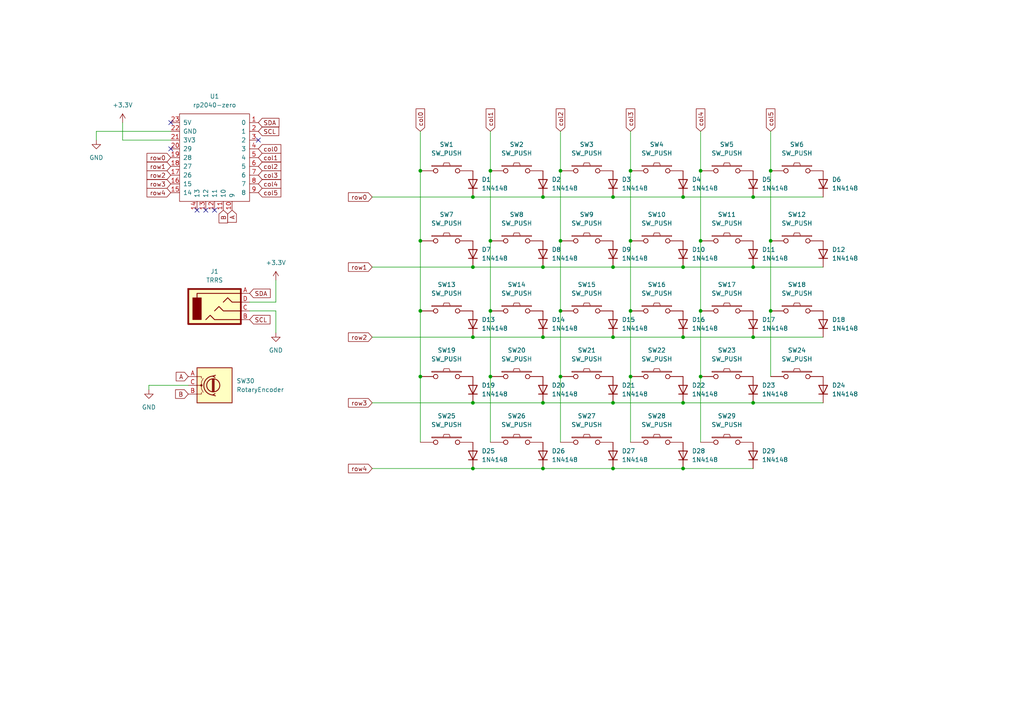
<source format=kicad_sch>
(kicad_sch (version 20230121) (generator eeschema)
  (paper "A4")
  (lib_symbols
    (symbol "Device:RotaryEncoder" (pin_names (offset 0.254) hide)
      (property "Reference" "SW" (at 0 6.604 0))
      (property "Value" "RotaryEncoder" (at 0 -6.604 0))
      (symbol "RotaryEncoder_0_1"
        (rectangle (start -5.08 5.08) (end 5.08 -5.08) (stroke (width 0.254)) (fill (type background)))
        (circle (center -3.81 0) (radius 0.254) (fill (type outline)))
        (circle (center -0.381 0) (radius 1.905) (stroke (width 0.254)))
        (arc (start -0.381 2.667) (mid -3.0988 -0.0635) (end -0.381 -2.794) (stroke (width 0.254)))
        (polyline (pts (xy -0.635 -1.778) (xy -0.635 1.778)) (stroke (width 0.254)))
        (polyline (pts (xy -0.381 -1.778) (xy -0.381 1.778)) (stroke (width 0.254)))
        (polyline (pts (xy -0.127 1.778) (xy -0.127 -1.778)) (stroke (width 0.254)))
        (polyline (pts (xy -5.08 -2.54) (xy -3.81 -2.54) (xy -3.81 -2.032)))
        (polyline (pts (xy -5.08 2.54) (xy -3.81 2.54) (xy -3.81 2.032)))
        (polyline (pts (xy 0.254 -3.048) (xy -0.508 -2.794) (xy 0.127 -2.413)) (stroke (width 0.254)))
        (polyline (pts (xy 0.254 2.921) (xy -0.508 2.667) (xy 0.127 2.286)) (stroke (width 0.254)))
        (polyline (pts (xy -5.08 0) (xy -3.81 0) (xy -3.81 -1.016) (xy -3.302 -2.032)))
        (polyline (pts (xy -4.318 0) (xy -3.81 0) (xy -3.81 1.016) (xy -3.302 2.032)))
      )
      (symbol "RotaryEncoder_1_1"
        (pin passive line (at -7.62 2.54 0) (length 2.54) (name "A") (number "A"))
        (pin passive line (at -7.62 -2.54 0) (length 2.54) (name "B") (number "B"))
        (pin passive line (at -7.62 0 0) (length 2.54) (name "C") (number "C"))
      )
    )
    (symbol "Diode:1N4148" (pin_numbers hide) (pin_names hide)
      (property "Reference" "D" (at 0 2.54 0))
      (property "Value" "1N4148" (at 0 -2.54 0))
      (symbol "1N4148_0_1"
        (polyline (pts (xy -1.27 1.27) (xy -1.27 -1.27)) (stroke (width 0.254)))
        (polyline (pts (xy 1.27 0) (xy -1.27 0)))
        (polyline (pts (xy 1.27 1.27) (xy 1.27 -1.27) (xy -1.27 0) (xy 1.27 1.27)) (stroke (width 0.254)))
      )
      (symbol "1N4148_1_1"
        (pin passive line (at -3.81 0 0) (length 2.54) (name "K") (number "1"))
        (pin passive line (at 3.81 0 180) (length 2.54) (name "A") (number "2"))
      )
    )
    (symbol "KeySwitchLib:SW_PUSH" (pin_numbers hide) (pin_names (offset 1.016) hide)
      (property "Reference" "SW" (at 3.81 2.794 0))
      (property "Value" "SW_PUSH" (at 0 -2.032 0))
      (symbol "SW_PUSH_0_1"
        (rectangle (start -4.318 1.27) (end 4.318 1.524))
        (polyline (pts (xy -1.016 1.524) (xy -0.762 2.286) (xy 0.762 2.286) (xy 1.016 1.524)))
        (pin passive inverted (at -7.62 0 0) (length 5.08) (name "1") (number "1"))
        (pin passive inverted (at 7.62 0 180) (length 5.08) (name "2") (number "2"))
      )
    )
    (symbol "KeySwitchLib:TRRS" (pin_names (offset 1.016))
      (property "Reference" "J" (at 0 8.89 0))
      (property "Value" "TRRS" (at 0 6.35 0))
      (symbol "TRRS_0_1"
        (rectangle (start -7.62 5.08) (end 7.62 -5.08) (stroke (width 0.508)) (fill (type background)))
        (rectangle (start -6.35 2.54) (end -3.81 -3.81) (stroke (width 0.127)) (fill (type outline)))
        (polyline (pts (xy 7.62 3.81) (xy -5.08 3.81) (xy -5.08 2.54)) (stroke (width 0.254)))
        (polyline (pts (xy 7.62 -3.81) (xy 0 -3.81) (xy -1.27 -2.54) (xy -2.54 -3.81)) (stroke (width 0.254)))
        (polyline (pts (xy 7.62 -1.27) (xy 2.54 -1.27) (xy 1.27 0) (xy 0 -1.27)) (stroke (width 0.254)))
        (polyline (pts (xy 7.62 1.27) (xy 5.08 1.27) (xy 3.81 2.54) (xy 2.54 1.27)) (stroke (width 0.254)))
      )
      (symbol "TRRS_1_1"
        (pin bidirectional line (at 10.16 3.81 180) (length 2.54) (name "~") (number "A"))
        (pin bidirectional line (at 10.16 -3.81 180) (length 2.54) (name "~") (number "B"))
        (pin bidirectional line (at 10.16 -1.27 180) (length 2.54) (name "~") (number "C"))
        (pin bidirectional line (at 10.16 1.27 180) (length 2.54) (name "~") (number "D"))
      )
    )
    (symbol "KeySwitchLib:rp2040-zero" (pin_names (offset 1.016))
      (property "Reference" "U" (at 0 15.24 0))
      (property "Value" "rp2040-zero" (at 0 12.7 0))
      (symbol "rp2040-zero_0_1"
        (rectangle (start -10.16 11.43) (end 10.16 -13.97))
      )
      (symbol "rp2040-zero_1_1"
        (pin bidirectional line (at 12.7 8.89 180) (length 2.54) (name "0") (number "1"))
        (pin bidirectional line (at 5.08 -16.51 90) (length 2.54) (name "9") (number "10"))
        (pin bidirectional line (at 2.54 -16.51 90) (length 2.54) (name "10") (number "11"))
        (pin bidirectional line (at 0 -16.51 90) (length 2.54) (name "11") (number "12"))
        (pin bidirectional line (at -2.54 -16.51 90) (length 2.54) (name "12") (number "13"))
        (pin bidirectional line (at -5.08 -16.51 90) (length 2.54) (name "13") (number "14"))
        (pin bidirectional line (at -12.7 -11.43 0) (length 2.54) (name "14") (number "15"))
        (pin bidirectional line (at -12.7 -8.89 0) (length 2.54) (name "15") (number "16"))
        (pin bidirectional line (at -12.7 -6.35 0) (length 2.54) (name "26") (number "17"))
        (pin bidirectional line (at -12.7 -3.81 0) (length 2.54) (name "27") (number "18"))
        (pin bidirectional line (at -12.7 -1.27 0) (length 2.54) (name "28") (number "19"))
        (pin bidirectional line (at 12.7 6.35 180) (length 2.54) (name "1") (number "2"))
        (pin bidirectional line (at -12.7 1.27 0) (length 2.54) (name "29") (number "20"))
        (pin power_out line (at -12.7 3.81 0) (length 2.54) (name "3V3") (number "21"))
        (pin power_out line (at -12.7 6.35 0) (length 2.54) (name "GND") (number "22"))
        (pin power_out line (at -12.7 8.89 0) (length 2.54) (name "5V") (number "23"))
        (pin bidirectional line (at 12.7 3.81 180) (length 2.54) (name "2") (number "3"))
        (pin bidirectional line (at 12.7 1.27 180) (length 2.54) (name "3") (number "4"))
        (pin bidirectional line (at 12.7 -1.27 180) (length 2.54) (name "4") (number "5"))
        (pin bidirectional line (at 12.7 -3.81 180) (length 2.54) (name "5") (number "6"))
        (pin bidirectional line (at 12.7 -6.35 180) (length 2.54) (name "6") (number "7"))
        (pin bidirectional line (at 12.7 -8.89 180) (length 2.54) (name "7") (number "8"))
        (pin bidirectional line (at 12.7 -11.43 180) (length 2.54) (name "8") (number "9"))
      )
    )
    (symbol "power:+3.3V" (power) (pin_names (offset 0))
      (property "Value" "+3.3V" (at 0 3.556 0))
      (symbol "+3.3V_0_1"
        (polyline (pts (xy -0.762 1.27) (xy 0 2.54)))
        (polyline (pts (xy 0 0) (xy 0 2.54)))
        (polyline (pts (xy 0 2.54) (xy 0.762 1.27)))
      )
      (symbol "+3.3V_1_1"
        (pin power_in line (at 0 0 90) (length 0) hide (name "+3.3V") (number "1"))
      )
    )
    (symbol "power:GND" (power) (pin_names (offset 0))
      (property "Value" "GND" (at 0 -3.81 0))
      (symbol "GND_0_1"
        (polyline (pts (xy 0 0) (xy 0 -1.27) (xy 1.27 -1.27) (xy 0 -2.54) (xy -1.27 -1.27) (xy 0 -1.27)))
      )
      (symbol "GND_1_1"
        (pin power_in line (at 0 0 270) (length 0) hide (name "GND") (number "1"))
      )
    )
  )
  (junction (at 223.52 49.53))
  (junction (at 121.92 49.53))
  (junction (at 142.24 109.22))
  (junction (at 198.12 57.15))
  (junction (at 223.52 90.17))
  (junction (at 157.48 116.84))
  (junction (at 218.44 77.47))
  (junction (at 182.88 109.22))
  (junction (at 203.2 90.17))
  (junction (at 157.48 135.89))
  (junction (at 177.8 97.79))
  (junction (at 137.16 116.84))
  (junction (at 223.52 69.85))
  (junction (at 177.8 135.89))
  (junction (at 218.44 57.15))
  (junction (at 142.24 69.85))
  (junction (at 203.2 69.85))
  (junction (at 137.16 135.89))
  (junction (at 182.88 49.53))
  (junction (at 198.12 116.84))
  (junction (at 177.8 57.15))
  (junction (at 218.44 116.84))
  (junction (at 162.56 90.17))
  (junction (at 182.88 90.17))
  (junction (at 182.88 69.85))
  (junction (at 203.2 109.22))
  (junction (at 177.8 77.47))
  (junction (at 137.16 57.15))
  (junction (at 157.48 57.15))
  (junction (at 157.48 97.79))
  (junction (at 198.12 135.89))
  (junction (at 177.8 116.84))
  (junction (at 162.56 109.22))
  (junction (at 157.48 77.47))
  (junction (at 137.16 77.47))
  (junction (at 121.92 109.22))
  (junction (at 203.2 49.53))
  (junction (at 142.24 90.17))
  (junction (at 121.92 90.17))
  (junction (at 162.56 49.53))
  (junction (at 218.44 97.79))
  (junction (at 162.56 69.85))
  (junction (at 142.24 49.53))
  (junction (at 121.92 69.85))
  (junction (at 198.12 77.47))
  (junction (at 198.12 97.79))
  (junction (at 137.16 97.79))
  (no_connect (at 74.93 40.64))
  (no_connect (at 62.23 60.96))
  (no_connect (at 49.53 43.18))
  (no_connect (at 57.15 60.96))
  (no_connect (at 59.69 60.96))
  (no_connect (at 49.53 35.56))
  (wire (pts (xy 177.8 57.15) (xy 198.12 57.15)))
  (wire (pts (xy 198.12 116.84) (xy 218.44 116.84)))
  (wire (pts (xy 218.44 97.79) (xy 238.76 97.79)))
  (wire (pts (xy 107.95 135.89) (xy 137.16 135.89)))
  (wire (pts (xy 203.2 90.17) (xy 203.2 109.22)))
  (wire (pts (xy 142.24 69.85) (xy 142.24 90.17)))
  (wire (pts (xy 182.88 69.85) (xy 182.88 90.17)))
  (wire (pts (xy 203.2 69.85) (xy 203.2 90.17)))
  (wire (pts (xy 157.48 77.47) (xy 137.16 77.47)))
  (wire (pts (xy 223.52 38.1) (xy 223.52 49.53)))
  (wire (pts (xy 121.92 38.1) (xy 121.92 49.53)))
  (wire (pts (xy 80.01 87.63) (xy 80.01 81.28)))
  (wire (pts (xy 121.92 109.22) (xy 121.92 128.27)))
  (wire (pts (xy 49.53 38.1) (xy 27.94 38.1)))
  (wire (pts (xy 142.24 90.17) (xy 142.24 109.22)))
  (wire (pts (xy 182.88 38.1) (xy 182.88 49.53)))
  (wire (pts (xy 223.52 69.85) (xy 223.52 90.17)))
  (wire (pts (xy 198.12 77.47) (xy 177.8 77.47)))
  (wire (pts (xy 157.48 97.79) (xy 177.8 97.79)))
  (wire (pts (xy 80.01 90.17) (xy 80.01 96.52)))
  (wire (pts (xy 107.95 97.79) (xy 137.16 97.79)))
  (wire (pts (xy 218.44 116.84) (xy 238.76 116.84)))
  (wire (pts (xy 121.92 49.53) (xy 121.92 69.85)))
  (wire (pts (xy 43.18 111.76) (xy 43.18 113.03)))
  (wire (pts (xy 238.76 77.47) (xy 218.44 77.47)))
  (wire (pts (xy 218.44 57.15) (xy 238.76 57.15)))
  (wire (pts (xy 177.8 97.79) (xy 198.12 97.79)))
  (wire (pts (xy 203.2 49.53) (xy 203.2 69.85)))
  (wire (pts (xy 203.2 38.1) (xy 203.2 49.53)))
  (wire (pts (xy 107.95 57.15) (xy 137.16 57.15)))
  (wire (pts (xy 72.39 90.17) (xy 80.01 90.17)))
  (wire (pts (xy 137.16 97.79) (xy 157.48 97.79)))
  (wire (pts (xy 142.24 49.53) (xy 142.24 69.85)))
  (wire (pts (xy 198.12 135.89) (xy 218.44 135.89)))
  (wire (pts (xy 137.16 57.15) (xy 157.48 57.15)))
  (wire (pts (xy 177.8 77.47) (xy 157.48 77.47)))
  (wire (pts (xy 137.16 116.84) (xy 157.48 116.84)))
  (wire (pts (xy 182.88 90.17) (xy 182.88 109.22)))
  (wire (pts (xy 162.56 38.1) (xy 162.56 49.53)))
  (wire (pts (xy 137.16 77.47) (xy 107.95 77.47)))
  (wire (pts (xy 223.52 49.53) (xy 223.52 69.85)))
  (wire (pts (xy 107.95 116.84) (xy 137.16 116.84)))
  (wire (pts (xy 35.56 35.56) (xy 35.56 40.64)))
  (wire (pts (xy 162.56 109.22) (xy 162.56 128.27)))
  (wire (pts (xy 157.48 135.89) (xy 177.8 135.89)))
  (wire (pts (xy 121.92 69.85) (xy 121.92 90.17)))
  (wire (pts (xy 27.94 38.1) (xy 27.94 40.64)))
  (wire (pts (xy 177.8 116.84) (xy 198.12 116.84)))
  (wire (pts (xy 162.56 90.17) (xy 162.56 109.22)))
  (wire (pts (xy 182.88 109.22) (xy 182.88 128.27)))
  (wire (pts (xy 223.52 90.17) (xy 223.52 109.22)))
  (wire (pts (xy 137.16 135.89) (xy 157.48 135.89)))
  (wire (pts (xy 35.56 40.64) (xy 49.53 40.64)))
  (wire (pts (xy 162.56 69.85) (xy 162.56 90.17)))
  (wire (pts (xy 198.12 57.15) (xy 218.44 57.15)))
  (wire (pts (xy 142.24 109.22) (xy 142.24 128.27)))
  (wire (pts (xy 54.61 111.76) (xy 43.18 111.76)))
  (wire (pts (xy 157.48 57.15) (xy 177.8 57.15)))
  (wire (pts (xy 142.24 38.1) (xy 142.24 49.53)))
  (wire (pts (xy 203.2 109.22) (xy 203.2 128.27)))
  (wire (pts (xy 72.39 87.63) (xy 80.01 87.63)))
  (wire (pts (xy 162.56 49.53) (xy 162.56 69.85)))
  (wire (pts (xy 157.48 116.84) (xy 177.8 116.84)))
  (wire (pts (xy 218.44 77.47) (xy 198.12 77.47)))
  (wire (pts (xy 182.88 49.53) (xy 182.88 69.85)))
  (wire (pts (xy 177.8 135.89) (xy 198.12 135.89)))
  (wire (pts (xy 121.92 90.17) (xy 121.92 109.22)))
  (wire (pts (xy 198.12 97.79) (xy 218.44 97.79)))
  (global_label "col4" (shape input) (at 74.93 53.34 0) (property "Intersheetrefs" "${INTERSHEET_REFS}" (effects hide)))
  (global_label "col2" (shape input) (at 162.56 38.1 90) (property "Intersheetrefs" "${INTERSHEET_REFS}" (effects hide)))
  (global_label "SDA" (shape input) (at 72.39 85.09 0) (property "Intersheetrefs" "${INTERSHEET_REFS}" (effects hide)))
  (global_label "col3" (shape input) (at 74.93 50.8 0) (property "Intersheetrefs" "${INTERSHEET_REFS}" (effects hide)))
  (global_label "row2" (shape input) (at 49.53 50.8 180) (property "Intersheetrefs" "${INTERSHEET_REFS}" (effects hide)))
  (global_label "row1" (shape input) (at 49.53 48.26 180) (property "Intersheetrefs" "${INTERSHEET_REFS}" (effects hide)))
  (global_label "col3" (shape input) (at 182.88 38.1 90) (property "Intersheetrefs" "${INTERSHEET_REFS}" (effects hide)))
  (global_label "row1" (shape input) (at 107.95 77.47 180) (property "Intersheetrefs" "${INTERSHEET_REFS}" (effects hide)))
  (global_label "row3" (shape input) (at 49.53 53.34 180) (property "Intersheetrefs" "${INTERSHEET_REFS}" (effects hide)))
  (global_label "SCL" (shape input) (at 72.39 92.71 0) (property "Intersheetrefs" "${INTERSHEET_REFS}" (effects hide)))
  (global_label "B" (shape input) (at 54.61 114.3 180) (property "Intersheetrefs" "${INTERSHEET_REFS}" (effects hide)))
  (global_label "row0" (shape input) (at 49.53 45.72 180) (property "Intersheetrefs" "${INTERSHEET_REFS}" (effects hide)))
  (global_label "row0" (shape input) (at 107.95 57.15 180) (property "Intersheetrefs" "${INTERSHEET_REFS}" (effects hide)))
  (global_label "col0" (shape input) (at 121.92 38.1 90) (property "Intersheetrefs" "${INTERSHEET_REFS}" (effects hide)))
  (global_label "col4" (shape input) (at 203.2 38.1 90) (property "Intersheetrefs" "${INTERSHEET_REFS}" (effects hide)))
  (global_label "col1" (shape input) (at 142.24 38.1 90) (property "Intersheetrefs" "${INTERSHEET_REFS}" (effects hide)))
  (global_label "A" (shape input) (at 67.31 60.96 270) (property "Intersheetrefs" "${INTERSHEET_REFS}" (effects hide)))
  (global_label "row4" (shape input) (at 107.95 135.89 180) (property "Intersheetrefs" "${INTERSHEET_REFS}" (effects hide)))
  (global_label "col5" (shape input) (at 223.52 38.1 90) (property "Intersheetrefs" "${INTERSHEET_REFS}" (effects hide)))
  (global_label "row2" (shape input) (at 107.95 97.79 180) (property "Intersheetrefs" "${INTERSHEET_REFS}" (effects hide)))
  (global_label "row3" (shape input) (at 107.95 116.84 180) (property "Intersheetrefs" "${INTERSHEET_REFS}" (effects hide)))
  (global_label "col0" (shape input) (at 74.93 43.18 0) (property "Intersheetrefs" "${INTERSHEET_REFS}" (effects hide)))
  (global_label "col1" (shape input) (at 74.93 45.72 0) (property "Intersheetrefs" "${INTERSHEET_REFS}" (effects hide)))
  (global_label "col5" (shape input) (at 74.93 55.88 0) (property "Intersheetrefs" "${INTERSHEET_REFS}" (effects hide)))
  (global_label "row4" (shape input) (at 49.53 55.88 180) (property "Intersheetrefs" "${INTERSHEET_REFS}" (effects hide)))
  (global_label "B" (shape input) (at 64.77 60.96 270) (property "Intersheetrefs" "${INTERSHEET_REFS}" (effects hide)))
  (global_label "SCL" (shape input) (at 74.93 38.1 0) (property "Intersheetrefs" "${INTERSHEET_REFS}" (effects hide)))
  (global_label "SDA" (shape input) (at 74.93 35.56 0) (property "Intersheetrefs" "${INTERSHEET_REFS}" (effects hide)))
  (global_label "A" (shape input) (at 54.61 109.22 180) (property "Intersheetrefs" "${INTERSHEET_REFS}" (effects hide)))
  (global_label "col2" (shape input) (at 74.93 48.26 0) (property "Intersheetrefs" "${INTERSHEET_REFS}" (effects hide)))
  (symbol (lib_id "KeySwitchLib:SW_PUSH") (at 210.82 49.53 0) (unit 1)
    (property "Reference" "SW5" (at 210.82 41.91 0))
    (property "Value" "SW_PUSH" (at 210.82 44.45 0))
    (property "Footprint" "KeySwitchLib:SW_Hotswap_Kailh_MX_1.00u" (effects hide))
  )
  (symbol (lib_id "Diode:1N4148") (at 218.44 93.98 90) (unit 1)
    (property "Reference" "D17" (at 220.98 92.71 90) (effects (justify right)))
    (property "Value" "1N4148" (at 220.98 95.25 90) (effects (justify right)))
    (property "Footprint" "KeySwitchLib:D3_SMD_v2" (effects hide))
    (property "Datasheet" "https://assets.nexperia.com/documents/data-sheet/1N4148_1N4448.pdf" (effects hide))
    (property "Sim.Device" "D" (effects hide))
    (property "Sim.Pins" "1=K 2=A" (effects hide))
  )
  (symbol (lib_id "KeySwitchLib:SW_PUSH") (at 210.82 128.27 0) (unit 1)
    (property "Reference" "SW29" (at 210.82 120.65 0))
    (property "Value" "SW_PUSH" (at 210.82 123.19 0))
    (property "Footprint" "KeySwitchLib:SW_Hotswap_Kailh_MX_1.50u" (effects hide))
  )
  (symbol (lib_id "Diode:1N4148") (at 177.8 93.98 90) (unit 1)
    (property "Reference" "D15" (at 180.34 92.71 90) (effects (justify right)))
    (property "Value" "1N4148" (at 180.34 95.25 90) (effects (justify right)))
    (property "Footprint" "KeySwitchLib:D3_SMD_v2" (effects hide))
    (property "Datasheet" "https://assets.nexperia.com/documents/data-sheet/1N4148_1N4448.pdf" (effects hide))
    (property "Sim.Device" "D" (effects hide))
    (property "Sim.Pins" "1=K 2=A" (effects hide))
  )
  (symbol (lib_id "KeySwitchLib:SW_PUSH") (at 210.82 90.17 0) (unit 1)
    (property "Reference" "SW17" (at 210.82 82.55 0))
    (property "Value" "SW_PUSH" (at 210.82 85.09 0))
    (property "Footprint" "KeySwitchLib:SW_Hotswap_Kailh_MX_1.00u" (effects hide))
  )
  (symbol (lib_id "Diode:1N4148") (at 157.48 132.08 90) (unit 1)
    (property "Reference" "D26" (at 160.02 130.81 90) (effects (justify right)))
    (property "Value" "1N4148" (at 160.02 133.35 90) (effects (justify right)))
    (property "Footprint" "KeySwitchLib:D3_SMD_v2" (effects hide))
    (property "Datasheet" "https://assets.nexperia.com/documents/data-sheet/1N4148_1N4448.pdf" (effects hide))
    (property "Sim.Device" "D" (effects hide))
    (property "Sim.Pins" "1=K 2=A" (effects hide))
  )
  (symbol (lib_id "KeySwitchLib:SW_PUSH") (at 190.5 69.85 0) (unit 1)
    (property "Reference" "SW10" (at 190.5 62.23 0))
    (property "Value" "SW_PUSH" (at 190.5 64.77 0))
    (property "Footprint" "KeySwitchLib:SW_Hotswap_Kailh_MX_1.00u" (effects hide))
  )
  (symbol (lib_id "KeySwitchLib:SW_PUSH") (at 170.18 49.53 0) (unit 1)
    (property "Reference" "SW3" (at 170.18 41.91 0))
    (property "Value" "SW_PUSH" (at 170.18 44.45 0))
    (property "Footprint" "KeySwitchLib:SW_Hotswap_Kailh_MX_1.00u" (effects hide))
  )
  (symbol (lib_id "Diode:1N4148") (at 137.16 93.98 90) (unit 1)
    (property "Reference" "D13" (at 139.7 92.71 90) (effects (justify right)))
    (property "Value" "1N4148" (at 139.7 95.25 90) (effects (justify right)))
    (property "Footprint" "KeySwitchLib:D3_SMD_v2" (effects hide))
    (property "Datasheet" "https://assets.nexperia.com/documents/data-sheet/1N4148_1N4448.pdf" (effects hide))
    (property "Sim.Device" "D" (effects hide))
    (property "Sim.Pins" "1=K 2=A" (effects hide))
  )
  (symbol (lib_id "Diode:1N4148") (at 198.12 93.98 90) (unit 1)
    (property "Reference" "D16" (at 200.66 92.71 90) (effects (justify right)))
    (property "Value" "1N4148" (at 200.66 95.25 90) (effects (justify right)))
    (property "Footprint" "KeySwitchLib:D3_SMD_v2" (effects hide))
    (property "Datasheet" "https://assets.nexperia.com/documents/data-sheet/1N4148_1N4448.pdf" (effects hide))
    (property "Sim.Device" "D" (effects hide))
    (property "Sim.Pins" "1=K 2=A" (effects hide))
  )
  (symbol (lib_id "Diode:1N4148") (at 177.8 113.03 90) (unit 1)
    (property "Reference" "D21" (at 180.34 111.76 90) (effects (justify right)))
    (property "Value" "1N4148" (at 180.34 114.3 90) (effects (justify right)))
    (property "Footprint" "KeySwitchLib:D3_SMD_v2" (effects hide))
    (property "Datasheet" "https://assets.nexperia.com/documents/data-sheet/1N4148_1N4448.pdf" (effects hide))
    (property "Sim.Device" "D" (effects hide))
    (property "Sim.Pins" "1=K 2=A" (effects hide))
  )
  (symbol (lib_id "Diode:1N4148") (at 218.44 113.03 90) (unit 1)
    (property "Reference" "D23" (at 220.98 111.76 90) (effects (justify right)))
    (property "Value" "1N4148" (at 220.98 114.3 90) (effects (justify right)))
    (property "Footprint" "KeySwitchLib:D3_SMD_v2" (effects hide))
    (property "Datasheet" "https://assets.nexperia.com/documents/data-sheet/1N4148_1N4448.pdf" (effects hide))
    (property "Sim.Device" "D" (effects hide))
    (property "Sim.Pins" "1=K 2=A" (effects hide))
  )
  (symbol (lib_id "Diode:1N4148") (at 218.44 73.66 90) (unit 1)
    (property "Reference" "D11" (at 220.98 72.39 90) (effects (justify right)))
    (property "Value" "1N4148" (at 220.98 74.93 90) (effects (justify right)))
    (property "Footprint" "KeySwitchLib:D3_SMD_v2" (effects hide))
    (property "Datasheet" "https://assets.nexperia.com/documents/data-sheet/1N4148_1N4448.pdf" (effects hide))
    (property "Sim.Device" "D" (effects hide))
    (property "Sim.Pins" "1=K 2=A" (effects hide))
  )
  (symbol (lib_id "KeySwitchLib:SW_PUSH") (at 170.18 128.27 0) (unit 1)
    (property "Reference" "SW27" (at 170.18 120.65 0))
    (property "Value" "SW_PUSH" (at 170.18 123.19 0))
    (property "Footprint" "KeySwitchLib:SW_Hotswap_Kailh_MX_1.00u" (effects hide))
  )
  (symbol (lib_id "Diode:1N4148") (at 238.76 73.66 90) (unit 1)
    (property "Reference" "D12" (at 241.3 72.39 90) (effects (justify right)))
    (property "Value" "1N4148" (at 241.3 74.93 90) (effects (justify right)))
    (property "Footprint" "KeySwitchLib:D3_SMD_v2" (effects hide))
    (property "Datasheet" "https://assets.nexperia.com/documents/data-sheet/1N4148_1N4448.pdf" (effects hide))
    (property "Sim.Device" "D" (effects hide))
    (property "Sim.Pins" "1=K 2=A" (effects hide))
  )
  (symbol (lib_id "KeySwitchLib:SW_PUSH") (at 170.18 90.17 0) (unit 1)
    (property "Reference" "SW15" (at 170.18 82.55 0))
    (property "Value" "SW_PUSH" (at 170.18 85.09 0))
    (property "Footprint" "KeySwitchLib:SW_Hotswap_Kailh_MX_1.00u" (effects hide))
  )
  (symbol (lib_id "Diode:1N4148") (at 137.16 113.03 90) (unit 1)
    (property "Reference" "D19" (at 139.7 111.76 90) (effects (justify right)))
    (property "Value" "1N4148" (at 139.7 114.3 90) (effects (justify right)))
    (property "Footprint" "KeySwitchLib:D3_SMD_v2" (effects hide))
    (property "Datasheet" "https://assets.nexperia.com/documents/data-sheet/1N4148_1N4448.pdf" (effects hide))
    (property "Sim.Device" "D" (effects hide))
    (property "Sim.Pins" "1=K 2=A" (effects hide))
  )
  (symbol (lib_id "Diode:1N4148") (at 218.44 132.08 90) (unit 1)
    (property "Reference" "D29" (at 220.98 130.81 90) (effects (justify right)))
    (property "Value" "1N4148" (at 220.98 133.35 90) (effects (justify right)))
    (property "Footprint" "KeySwitchLib:D3_SMD_v2" (effects hide))
    (property "Datasheet" "https://assets.nexperia.com/documents/data-sheet/1N4148_1N4448.pdf" (effects hide))
    (property "Sim.Device" "D" (effects hide))
    (property "Sim.Pins" "1=K 2=A" (effects hide))
  )
  (symbol (lib_id "Diode:1N4148") (at 198.12 73.66 90) (unit 1)
    (property "Reference" "D10" (at 200.66 72.39 90) (effects (justify right)))
    (property "Value" "1N4148" (at 200.66 74.93 90) (effects (justify right)))
    (property "Footprint" "KeySwitchLib:D3_SMD_v2" (effects hide))
    (property "Datasheet" "https://assets.nexperia.com/documents/data-sheet/1N4148_1N4448.pdf" (effects hide))
    (property "Sim.Device" "D" (effects hide))
    (property "Sim.Pins" "1=K 2=A" (effects hide))
  )
  (symbol (lib_id "KeySwitchLib:SW_PUSH") (at 210.82 69.85 0) (unit 1)
    (property "Reference" "SW11" (at 210.82 62.23 0))
    (property "Value" "SW_PUSH" (at 210.82 64.77 0))
    (property "Footprint" "KeySwitchLib:SW_Hotswap_Kailh_MX_1.00u" (effects hide))
  )
  (symbol (lib_id "Diode:1N4148") (at 137.16 132.08 90) (unit 1)
    (property "Reference" "D25" (at 139.7 130.81 90) (effects (justify right)))
    (property "Value" "1N4148" (at 139.7 133.35 90) (effects (justify right)))
    (property "Footprint" "KeySwitchLib:D3_SMD_v2" (effects hide))
    (property "Datasheet" "https://assets.nexperia.com/documents/data-sheet/1N4148_1N4448.pdf" (effects hide))
    (property "Sim.Device" "D" (effects hide))
    (property "Sim.Pins" "1=K 2=A" (effects hide))
  )
  (symbol (lib_id "Diode:1N4148") (at 177.8 53.34 90) (unit 1)
    (property "Reference" "D3" (at 180.34 52.07 90) (effects (justify right)))
    (property "Value" "1N4148" (at 180.34 54.61 90) (effects (justify right)))
    (property "Footprint" "KeySwitchLib:D3_SMD_v2" (effects hide))
    (property "Datasheet" "https://assets.nexperia.com/documents/data-sheet/1N4148_1N4448.pdf" (effects hide))
    (property "Sim.Device" "D" (effects hide))
    (property "Sim.Pins" "1=K 2=A" (effects hide))
  )
  (symbol (lib_id "Diode:1N4148") (at 198.12 53.34 90) (unit 1)
    (property "Reference" "D4" (at 200.66 52.07 90) (effects (justify right)))
    (property "Value" "1N4148" (at 200.66 54.61 90) (effects (justify right)))
    (property "Footprint" "KeySwitchLib:D3_SMD_v2" (effects hide))
    (property "Datasheet" "https://assets.nexperia.com/documents/data-sheet/1N4148_1N4448.pdf" (effects hide))
    (property "Sim.Device" "D" (effects hide))
    (property "Sim.Pins" "1=K 2=A" (effects hide))
  )
  (symbol (lib_id "Diode:1N4148") (at 238.76 53.34 90) (unit 1)
    (property "Reference" "D6" (at 241.3 52.07 90) (effects (justify right)))
    (property "Value" "1N4148" (at 241.3 54.61 90) (effects (justify right)))
    (property "Footprint" "KeySwitchLib:D3_SMD_v2" (effects hide))
    (property "Datasheet" "https://assets.nexperia.com/documents/data-sheet/1N4148_1N4448.pdf" (effects hide))
    (property "Sim.Device" "D" (effects hide))
    (property "Sim.Pins" "1=K 2=A" (effects hide))
  )
  (symbol (lib_id "KeySwitchLib:SW_PUSH") (at 129.54 90.17 0) (unit 1)
    (property "Reference" "SW13" (at 129.54 82.55 0))
    (property "Value" "SW_PUSH" (at 129.54 85.09 0))
    (property "Footprint" "KeySwitchLib:SW_Hotswap_Kailh_MX_1.50u" (effects hide))
  )
  (symbol (lib_id "KeySwitchLib:SW_PUSH") (at 149.86 109.22 0) (unit 1)
    (property "Reference" "SW20" (at 149.86 101.6 0))
    (property "Value" "SW_PUSH" (at 149.86 104.14 0))
    (property "Footprint" "KeySwitchLib:SW_Hotswap_Kailh_MX_1.00u" (effects hide))
  )
  (symbol (lib_id "KeySwitchLib:SW_PUSH") (at 190.5 128.27 0) (unit 1)
    (property "Reference" "SW28" (at 190.5 120.65 0))
    (property "Value" "SW_PUSH" (at 190.5 123.19 0))
    (property "Footprint" "KeySwitchLib:SW_Hotswap_Kailh_MX_1.00u" (effects hide))
  )
  (symbol (lib_id "Diode:1N4148") (at 198.12 113.03 90) (unit 1)
    (property "Reference" "D22" (at 200.66 111.76 90) (effects (justify right)))
    (property "Value" "1N4148" (at 200.66 114.3 90) (effects (justify right)))
    (property "Footprint" "KeySwitchLib:D3_SMD_v2" (effects hide))
    (property "Datasheet" "https://assets.nexperia.com/documents/data-sheet/1N4148_1N4448.pdf" (effects hide))
    (property "Sim.Device" "D" (effects hide))
    (property "Sim.Pins" "1=K 2=A" (effects hide))
  )
  (symbol (lib_id "Diode:1N4148") (at 157.48 113.03 90) (unit 1)
    (property "Reference" "D20" (at 160.02 111.76 90) (effects (justify right)))
    (property "Value" "1N4148" (at 160.02 114.3 90) (effects (justify right)))
    (property "Footprint" "KeySwitchLib:D3_SMD_v2" (effects hide))
    (property "Datasheet" "https://assets.nexperia.com/documents/data-sheet/1N4148_1N4448.pdf" (effects hide))
    (property "Sim.Device" "D" (effects hide))
    (property "Sim.Pins" "1=K 2=A" (effects hide))
  )
  (symbol (lib_id "KeySwitchLib:SW_PUSH") (at 231.14 69.85 0) (unit 1)
    (property "Reference" "SW12" (at 231.14 62.23 0))
    (property "Value" "SW_PUSH" (at 231.14 64.77 0))
    (property "Footprint" "KeySwitchLib:SW_Hotswap_Kailh_MX_1.00u" (effects hide))
  )
  (symbol (lib_id "Diode:1N4148") (at 157.48 93.98 90) (unit 1)
    (property "Reference" "D14" (at 160.02 92.71 90) (effects (justify right)))
    (property "Value" "1N4148" (at 160.02 95.25 90) (effects (justify right)))
    (property "Footprint" "KeySwitchLib:D3_SMD_v2" (effects hide))
    (property "Datasheet" "https://assets.nexperia.com/documents/data-sheet/1N4148_1N4448.pdf" (effects hide))
    (property "Sim.Device" "D" (effects hide))
    (property "Sim.Pins" "1=K 2=A" (effects hide))
  )
  (symbol (lib_id "KeySwitchLib:SW_PUSH") (at 170.18 69.85 0) (unit 1)
    (property "Reference" "SW9" (at 170.18 62.23 0))
    (property "Value" "SW_PUSH" (at 170.18 64.77 0))
    (property "Footprint" "KeySwitchLib:SW_Hotswap_Kailh_MX_1.00u" (effects hide))
  )
  (symbol (lib_id "power:GND") (at 27.94 40.64 0) (unit 1)
    (property "Reference" "#PWR02" (effects hide))
    (property "Value" "GND" (at 27.94 45.72 0))
  )
  (symbol (lib_id "Diode:1N4148") (at 157.48 53.34 90) (unit 1)
    (property "Reference" "D2" (at 160.02 52.07 90) (effects (justify right)))
    (property "Value" "1N4148" (at 160.02 54.61 90) (effects (justify right)))
    (property "Footprint" "KeySwitchLib:D3_SMD_v2" (effects hide))
    (property "Datasheet" "https://assets.nexperia.com/documents/data-sheet/1N4148_1N4448.pdf" (effects hide))
    (property "Sim.Device" "D" (effects hide))
    (property "Sim.Pins" "1=K 2=A" (effects hide))
  )
  (symbol (lib_id "KeySwitchLib:TRRS") (at 62.23 88.9 0) (unit 1)
    (property "Reference" "J1" (at 62.23 78.74 0))
    (property "Value" "TRRS" (at 62.23 81.28 0))
    (property "Footprint" "KeySwitchLib:MJ-4PP-9_1side" (effects hide))
  )
  (symbol (lib_id "Diode:1N4148") (at 177.8 73.66 90) (unit 1)
    (property "Reference" "D9" (at 180.34 72.39 90) (effects (justify right)))
    (property "Value" "1N4148" (at 180.34 74.93 90) (effects (justify right)))
    (property "Footprint" "KeySwitchLib:D3_SMD_v2" (effects hide))
    (property "Datasheet" "https://assets.nexperia.com/documents/data-sheet/1N4148_1N4448.pdf" (effects hide))
    (property "Sim.Device" "D" (effects hide))
    (property "Sim.Pins" "1=K 2=A" (effects hide))
  )
  (symbol (lib_id "KeySwitchLib:SW_PUSH") (at 149.86 90.17 0) (unit 1)
    (property "Reference" "SW14" (at 149.86 82.55 0))
    (property "Value" "SW_PUSH" (at 149.86 85.09 0))
    (property "Footprint" "KeySwitchLib:SW_Hotswap_Kailh_MX_1.00u" (effects hide))
  )
  (symbol (lib_id "Device:RotaryEncoder") (at 62.23 111.76 0) (unit 1)
    (property "Reference" "SW30" (at 68.58 110.49 0) (effects (justify left)))
    (property "Value" "RotaryEncoder" (at 68.58 113.03 0) (effects (justify left)))
    (property "Footprint" "KeySwitchLib:RotaryEncoder_EC11-Switch" (effects hide))
  )
  (symbol (lib_id "KeySwitchLib:SW_PUSH") (at 210.82 109.22 0) (unit 1)
    (property "Reference" "SW23" (at 210.82 101.6 0))
    (property "Value" "SW_PUSH" (at 210.82 104.14 0))
    (property "Footprint" "KeySwitchLib:SW_Hotswap_Kailh_MX_1.00u" (effects hide))
  )
  (symbol (lib_id "Diode:1N4148") (at 218.44 53.34 90) (unit 1)
    (property "Reference" "D5" (at 220.98 52.07 90) (effects (justify right)))
    (property "Value" "1N4148" (at 220.98 54.61 90) (effects (justify right)))
    (property "Footprint" "KeySwitchLib:D3_SMD_v2" (effects hide))
    (property "Datasheet" "https://assets.nexperia.com/documents/data-sheet/1N4148_1N4448.pdf" (effects hide))
    (property "Sim.Device" "D" (effects hide))
    (property "Sim.Pins" "1=K 2=A" (effects hide))
  )
  (symbol (lib_id "power:+3.3V") (at 35.56 35.56 0) (unit 1)
    (property "Reference" "#PWR01" (effects hide))
    (property "Value" "+3.3V" (at 35.56 30.48 0))
  )
  (symbol (lib_id "KeySwitchLib:SW_PUSH") (at 170.18 109.22 0) (unit 1)
    (property "Reference" "SW21" (at 170.18 101.6 0))
    (property "Value" "SW_PUSH" (at 170.18 104.14 0))
    (property "Footprint" "KeySwitchLib:SW_Hotswap_Kailh_MX_1.00u" (effects hide))
  )
  (symbol (lib_id "KeySwitchLib:SW_PUSH") (at 231.14 90.17 0) (unit 1)
    (property "Reference" "SW18" (at 231.14 82.55 0))
    (property "Value" "SW_PUSH" (at 231.14 85.09 0))
    (property "Footprint" "KeySwitchLib:SW_Hotswap_Kailh_MX_1.00u" (effects hide))
  )
  (symbol (lib_id "KeySwitchLib:SW_PUSH") (at 129.54 49.53 0) (unit 1)
    (property "Reference" "SW1" (at 129.54 41.91 0))
    (property "Value" "SW_PUSH" (at 129.54 44.45 0))
    (property "Footprint" "KeySwitchLib:SW_Hotswap_Kailh_MX_1.00u" (effects hide))
  )
  (symbol (lib_id "KeySwitchLib:SW_PUSH") (at 129.54 109.22 0) (unit 1)
    (property "Reference" "SW19" (at 129.54 101.6 0))
    (property "Value" "SW_PUSH" (at 129.54 104.14 0))
    (property "Footprint" "KeySwitchLib:SW_Hotswap_Kailh_MX_1.75u" (effects hide))
  )
  (symbol (lib_id "KeySwitchLib:rp2040-zero") (at 62.23 44.45 0) (unit 1)
    (property "Reference" "U1" (at 62.23 27.94 0))
    (property "Value" "rp2040-zero" (at 62.23 30.48 0))
    (property "Footprint" "KeySwitchLib:rp2040-zero-tht" (effects hide))
  )
  (symbol (lib_id "KeySwitchLib:SW_PUSH") (at 190.5 90.17 0) (unit 1)
    (property "Reference" "SW16" (at 190.5 82.55 0))
    (property "Value" "SW_PUSH" (at 190.5 85.09 0))
    (property "Footprint" "KeySwitchLib:SW_Hotswap_Kailh_MX_1.00u" (effects hide))
  )
  (symbol (lib_id "KeySwitchLib:SW_PUSH") (at 190.5 109.22 0) (unit 1)
    (property "Reference" "SW22" (at 190.5 101.6 0))
    (property "Value" "SW_PUSH" (at 190.5 104.14 0))
    (property "Footprint" "KeySwitchLib:SW_Hotswap_Kailh_MX_1.00u" (effects hide))
  )
  (symbol (lib_id "power:+3.3V") (at 80.01 81.28 0) (unit 1)
    (property "Reference" "#PWR03" (effects hide))
    (property "Value" "+3.3V" (at 80.01 76.2 0))
  )
  (symbol (lib_id "KeySwitchLib:SW_PUSH") (at 231.14 109.22 0) (unit 1)
    (property "Reference" "SW24" (at 231.14 101.6 0))
    (property "Value" "SW_PUSH" (at 231.14 104.14 0))
    (property "Footprint" "KeySwitchLib:SW_Hotswap_Kailh_MX_1.00u" (effects hide))
  )
  (symbol (lib_id "Diode:1N4148") (at 137.16 53.34 90) (unit 1)
    (property "Reference" "D1" (at 139.7 52.07 90) (effects (justify right)))
    (property "Value" "1N4148" (at 139.7 54.61 90) (effects (justify right)))
    (property "Footprint" "KeySwitchLib:D3_SMD_v2" (effects hide))
    (property "Datasheet" "https://assets.nexperia.com/documents/data-sheet/1N4148_1N4448.pdf" (effects hide))
    (property "Sim.Device" "D" (effects hide))
    (property "Sim.Pins" "1=K 2=A" (effects hide))
  )
  (symbol (lib_id "KeySwitchLib:SW_PUSH") (at 149.86 128.27 0) (unit 1)
    (property "Reference" "SW26" (at 149.86 120.65 0))
    (property "Value" "SW_PUSH" (at 149.86 123.19 0))
    (property "Footprint" "KeySwitchLib:SW_Hotswap_Kailh_MX_1.00u" (effects hide))
  )
  (symbol (lib_id "KeySwitchLib:SW_PUSH") (at 231.14 49.53 0) (unit 1)
    (property "Reference" "SW6" (at 231.14 41.91 0))
    (property "Value" "SW_PUSH" (at 231.14 44.45 0))
    (property "Footprint" "KeySwitchLib:SW_Hotswap_Kailh_MX_1.00u" (effects hide))
  )
  (symbol (lib_id "power:GND") (at 80.01 96.52 0) (unit 1)
    (property "Reference" "#PWR04" (effects hide))
    (property "Value" "GND" (at 80.01 101.6 0))
  )
  (symbol (lib_id "Diode:1N4148") (at 177.8 132.08 90) (unit 1)
    (property "Reference" "D27" (at 180.34 130.81 90) (effects (justify right)))
    (property "Value" "1N4148" (at 180.34 133.35 90) (effects (justify right)))
    (property "Footprint" "KeySwitchLib:D3_SMD_v2" (effects hide))
    (property "Datasheet" "https://assets.nexperia.com/documents/data-sheet/1N4148_1N4448.pdf" (effects hide))
    (property "Sim.Device" "D" (effects hide))
    (property "Sim.Pins" "1=K 2=A" (effects hide))
  )
  (symbol (lib_id "Diode:1N4148") (at 198.12 132.08 90) (unit 1)
    (property "Reference" "D28" (at 200.66 130.81 90) (effects (justify right)))
    (property "Value" "1N4148" (at 200.66 133.35 90) (effects (justify right)))
    (property "Footprint" "KeySwitchLib:D3_SMD_v2" (effects hide))
    (property "Datasheet" "https://assets.nexperia.com/documents/data-sheet/1N4148_1N4448.pdf" (effects hide))
    (property "Sim.Device" "D" (effects hide))
    (property "Sim.Pins" "1=K 2=A" (effects hide))
  )
  (symbol (lib_id "Diode:1N4148") (at 238.76 93.98 90) (unit 1)
    (property "Reference" "D18" (at 241.3 92.71 90) (effects (justify right)))
    (property "Value" "1N4148" (at 241.3 95.25 90) (effects (justify right)))
    (property "Footprint" "KeySwitchLib:D3_SMD_v2" (effects hide))
    (property "Datasheet" "https://assets.nexperia.com/documents/data-sheet/1N4148_1N4448.pdf" (effects hide))
    (property "Sim.Device" "D" (effects hide))
    (property "Sim.Pins" "1=K 2=A" (effects hide))
  )
  (symbol (lib_id "KeySwitchLib:SW_PUSH") (at 129.54 128.27 0) (unit 1)
    (property "Reference" "SW25" (at 129.54 120.65 0))
    (property "Value" "SW_PUSH" (at 129.54 123.19 0))
    (property "Footprint" "KeySwitchLib:SW_Hotswap_Kailh_MX_1.50u" (effects hide))
  )
  (symbol (lib_id "KeySwitchLib:SW_PUSH") (at 190.5 49.53 0) (unit 1)
    (property "Reference" "SW4" (at 190.5 41.91 0))
    (property "Value" "SW_PUSH" (at 190.5 44.45 0))
    (property "Footprint" "KeySwitchLib:SW_Hotswap_Kailh_MX_1.00u" (effects hide))
  )
  (symbol (lib_id "KeySwitchLib:SW_PUSH") (at 129.54 69.85 0) (unit 1)
    (property "Reference" "SW7" (at 129.54 62.23 0))
    (property "Value" "SW_PUSH" (at 129.54 64.77 0))
    (property "Footprint" "KeySwitchLib:SW_Hotswap_Kailh_MX_1.25u" (effects hide))
  )
  (symbol (lib_id "KeySwitchLib:SW_PUSH") (at 149.86 69.85 0) (unit 1)
    (property "Reference" "SW8" (at 149.86 62.23 0))
    (property "Value" "SW_PUSH" (at 149.86 64.77 0))
    (property "Footprint" "KeySwitchLib:SW_Hotswap_Kailh_MX_1.00u" (effects hide))
  )
  (symbol (lib_id "KeySwitchLib:SW_PUSH") (at 149.86 49.53 0) (unit 1)
    (property "Reference" "SW2" (at 149.86 41.91 0))
    (property "Value" "SW_PUSH" (at 149.86 44.45 0))
    (property "Footprint" "KeySwitchLib:SW_Hotswap_Kailh_MX_1.00u" (effects hide))
  )
  (symbol (lib_id "Diode:1N4148") (at 238.76 113.03 90) (unit 1)
    (property "Reference" "D24" (at 241.3 111.76 90) (effects (justify right)))
    (property "Value" "1N4148" (at 241.3 114.3 90) (effects (justify right)))
    (property "Footprint" "KeySwitchLib:D3_SMD_v2" (effects hide))
    (property "Datasheet" "https://assets.nexperia.com/documents/data-sheet/1N4148_1N4448.pdf" (effects hide))
    (property "Sim.Device" "D" (effects hide))
    (property "Sim.Pins" "1=K 2=A" (effects hide))
  )
  (symbol (lib_id "Diode:1N4148") (at 137.16 73.66 90) (unit 1)
    (property "Reference" "D7" (at 139.7 72.39 90) (effects (justify right)))
    (property "Value" "1N4148" (at 139.7 74.93 90) (effects (justify right)))
    (property "Footprint" "KeySwitchLib:D3_SMD_v2" (effects hide))
    (property "Datasheet" "https://assets.nexperia.com/documents/data-sheet/1N4148_1N4448.pdf" (effects hide))
    (property "Sim.Device" "D" (effects hide))
    (property "Sim.Pins" "1=K 2=A" (effects hide))
  )
  (symbol (lib_id "Diode:1N4148") (at 157.48 73.66 90) (unit 1)
    (property "Reference" "D8" (at 160.02 72.39 90) (effects (justify right)))
    (property "Value" "1N4148" (at 160.02 74.93 90) (effects (justify right)))
    (property "Footprint" "KeySwitchLib:D3_SMD_v2" (effects hide))
    (property "Datasheet" "https://assets.nexperia.com/documents/data-sheet/1N4148_1N4448.pdf" (effects hide))
    (property "Sim.Device" "D" (effects hide))
    (property "Sim.Pins" "1=K 2=A" (effects hide))
  )
  (symbol (lib_id "power:GND") (at 43.18 113.03 0) (unit 1)
    (property "Reference" "#PWR05" (effects hide))
    (property "Value" "GND" (at 43.18 118.11 0))
  )
)
</source>
